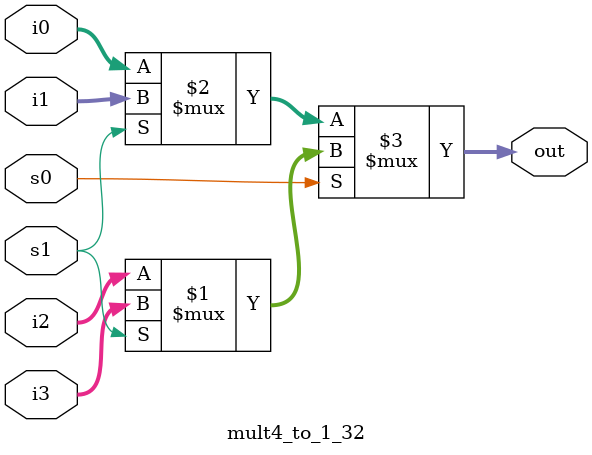
<source format=v>
module mult4_to_1_32(out, i0,i1,i2,i3,s0,s1);
output [31:0] out;
input [31:0]i0,i1,i2,i3;
input s0,s1;
assign out = s0 ? (s1? i3:i2):(s1? i1:i0);
endmodule


</source>
